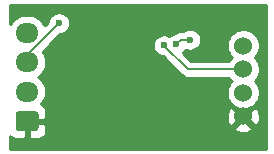
<source format=gbl>
G04 #@! TF.GenerationSoftware,KiCad,Pcbnew,(5.1.10)-1*
G04 #@! TF.CreationDate,2021-11-20T00:47:51+09:00*
G04 #@! TF.ProjectId,M5Stack_UnitV2_DCDC&RS485,4d355374-6163-46b5-9f55-6e697456325f,rev?*
G04 #@! TF.SameCoordinates,Original*
G04 #@! TF.FileFunction,Copper,L2,Bot*
G04 #@! TF.FilePolarity,Positive*
%FSLAX46Y46*%
G04 Gerber Fmt 4.6, Leading zero omitted, Abs format (unit mm)*
G04 Created by KiCad (PCBNEW (5.1.10)-1) date 2021-11-20 00:47:51*
%MOMM*%
%LPD*%
G01*
G04 APERTURE LIST*
G04 #@! TA.AperFunction,ComponentPad*
%ADD10C,1.524000*%
G04 #@! TD*
G04 #@! TA.AperFunction,ComponentPad*
%ADD11O,1.950000X1.700000*%
G04 #@! TD*
G04 #@! TA.AperFunction,ViaPad*
%ADD12C,0.600000*%
G04 #@! TD*
G04 #@! TA.AperFunction,ViaPad*
%ADD13C,0.900000*%
G04 #@! TD*
G04 #@! TA.AperFunction,Conductor*
%ADD14C,0.200000*%
G04 #@! TD*
G04 #@! TA.AperFunction,Conductor*
%ADD15C,0.254000*%
G04 #@! TD*
G04 #@! TA.AperFunction,Conductor*
%ADD16C,0.152400*%
G04 #@! TD*
G04 APERTURE END LIST*
D10*
X140100000Y-56100000D03*
X140100000Y-54100000D03*
X140100000Y-52100000D03*
X140100000Y-50100000D03*
G04 #@! TA.AperFunction,ComponentPad*
G36*
G01*
X122525000Y-57350000D02*
X121075000Y-57350000D01*
G75*
G02*
X120825000Y-57100000I0J250000D01*
G01*
X120825000Y-55900000D01*
G75*
G02*
X121075000Y-55650000I250000J0D01*
G01*
X122525000Y-55650000D01*
G75*
G02*
X122775000Y-55900000I0J-250000D01*
G01*
X122775000Y-57100000D01*
G75*
G02*
X122525000Y-57350000I-250000J0D01*
G01*
G37*
G04 #@! TD.AperFunction*
D11*
X121800000Y-54000000D03*
X121800000Y-51500000D03*
X121800000Y-49000000D03*
D12*
X124600000Y-58500000D03*
X125200000Y-53200000D03*
X134200000Y-58600000D03*
X135100000Y-55800000D03*
X135000000Y-54300000D03*
X131900000Y-52000000D03*
X129800000Y-52000000D03*
D13*
X129100000Y-55500000D03*
X127300000Y-47100000D03*
D12*
X133906290Y-46981296D03*
X133375728Y-50075728D03*
X124500000Y-48200000D03*
X134400000Y-50000000D03*
X135600000Y-49600000D03*
D14*
X140100000Y-52100000D02*
X135400000Y-52100000D01*
X133400000Y-50100000D02*
X133375728Y-50075728D01*
X135400000Y-52100000D02*
X133400000Y-50100000D01*
X121800000Y-50900000D02*
X124500000Y-48200000D01*
X121800000Y-51500000D02*
X121800000Y-50900000D01*
X134800000Y-49600000D02*
X134400000Y-50000000D01*
X135600000Y-49600000D02*
X134800000Y-49600000D01*
D15*
X142040000Y-58840000D02*
X120360000Y-58840000D01*
X120360000Y-57784351D01*
X120373815Y-57801185D01*
X120470506Y-57880537D01*
X120580820Y-57939502D01*
X120700518Y-57975812D01*
X120825000Y-57988072D01*
X121514250Y-57985000D01*
X121673000Y-57826250D01*
X121673000Y-56627000D01*
X121927000Y-56627000D01*
X121927000Y-57826250D01*
X122085750Y-57985000D01*
X122775000Y-57988072D01*
X122899482Y-57975812D01*
X123019180Y-57939502D01*
X123129494Y-57880537D01*
X123226185Y-57801185D01*
X123305537Y-57704494D01*
X123364502Y-57594180D01*
X123400812Y-57474482D01*
X123413072Y-57350000D01*
X123411524Y-57065565D01*
X139314040Y-57065565D01*
X139381020Y-57305656D01*
X139630048Y-57422756D01*
X139897135Y-57489023D01*
X140172017Y-57501910D01*
X140444133Y-57460922D01*
X140703023Y-57367636D01*
X140818980Y-57305656D01*
X140885960Y-57065565D01*
X140100000Y-56279605D01*
X139314040Y-57065565D01*
X123411524Y-57065565D01*
X123410000Y-56785750D01*
X123251250Y-56627000D01*
X121927000Y-56627000D01*
X121673000Y-56627000D01*
X121653000Y-56627000D01*
X121653000Y-56373000D01*
X121673000Y-56373000D01*
X121673000Y-56353000D01*
X121927000Y-56353000D01*
X121927000Y-56373000D01*
X123251250Y-56373000D01*
X123410000Y-56214250D01*
X123410229Y-56172017D01*
X138698090Y-56172017D01*
X138739078Y-56444133D01*
X138832364Y-56703023D01*
X138894344Y-56818980D01*
X139134435Y-56885960D01*
X139920395Y-56100000D01*
X140279605Y-56100000D01*
X141065565Y-56885960D01*
X141305656Y-56818980D01*
X141422756Y-56569952D01*
X141489023Y-56302865D01*
X141501910Y-56027983D01*
X141460922Y-55755867D01*
X141367636Y-55496977D01*
X141305656Y-55381020D01*
X141065565Y-55314040D01*
X140279605Y-56100000D01*
X139920395Y-56100000D01*
X139134435Y-55314040D01*
X138894344Y-55381020D01*
X138777244Y-55630048D01*
X138710977Y-55897135D01*
X138698090Y-56172017D01*
X123410229Y-56172017D01*
X123413072Y-55650000D01*
X123400812Y-55525518D01*
X123364502Y-55405820D01*
X123305537Y-55295506D01*
X123226185Y-55198815D01*
X123129494Y-55119463D01*
X123019180Y-55060498D01*
X122984392Y-55049945D01*
X123165706Y-54829014D01*
X123303599Y-54571034D01*
X123388513Y-54291111D01*
X123417185Y-54000000D01*
X123388513Y-53708889D01*
X123303599Y-53428966D01*
X123165706Y-53170986D01*
X122980134Y-52944866D01*
X122754014Y-52759294D01*
X122736626Y-52750000D01*
X122754014Y-52740706D01*
X122980134Y-52555134D01*
X123165706Y-52329014D01*
X123303599Y-52071034D01*
X123388513Y-51791111D01*
X123417185Y-51500000D01*
X123388513Y-51208889D01*
X123303599Y-50928966D01*
X123165706Y-50670986D01*
X123121872Y-50617574D01*
X123755807Y-49983639D01*
X132440728Y-49983639D01*
X132440728Y-50167817D01*
X132476660Y-50348457D01*
X132547142Y-50518617D01*
X132649466Y-50671756D01*
X132779700Y-50801990D01*
X132932839Y-50904314D01*
X133102999Y-50974796D01*
X133268213Y-51007660D01*
X134854746Y-52594193D01*
X134877762Y-52622238D01*
X134989680Y-52714087D01*
X135117367Y-52782337D01*
X135213886Y-52811616D01*
X135255914Y-52824365D01*
X135270132Y-52825765D01*
X135363895Y-52835000D01*
X135363902Y-52835000D01*
X135399999Y-52838555D01*
X135436096Y-52835000D01*
X138910955Y-52835000D01*
X139014880Y-52990535D01*
X139124345Y-53100000D01*
X139014880Y-53209465D01*
X138861995Y-53438273D01*
X138756686Y-53692510D01*
X138703000Y-53962408D01*
X138703000Y-54237592D01*
X138756686Y-54507490D01*
X138861995Y-54761727D01*
X139014880Y-54990535D01*
X139209465Y-55185120D01*
X139438273Y-55338005D01*
X139573710Y-55394105D01*
X140100000Y-55920395D01*
X140626290Y-55394105D01*
X140761727Y-55338005D01*
X140990535Y-55185120D01*
X141185120Y-54990535D01*
X141338005Y-54761727D01*
X141443314Y-54507490D01*
X141497000Y-54237592D01*
X141497000Y-53962408D01*
X141443314Y-53692510D01*
X141338005Y-53438273D01*
X141185120Y-53209465D01*
X141075655Y-53100000D01*
X141185120Y-52990535D01*
X141338005Y-52761727D01*
X141443314Y-52507490D01*
X141497000Y-52237592D01*
X141497000Y-51962408D01*
X141443314Y-51692510D01*
X141338005Y-51438273D01*
X141185120Y-51209465D01*
X141075655Y-51100000D01*
X141185120Y-50990535D01*
X141338005Y-50761727D01*
X141443314Y-50507490D01*
X141497000Y-50237592D01*
X141497000Y-49962408D01*
X141443314Y-49692510D01*
X141338005Y-49438273D01*
X141185120Y-49209465D01*
X140990535Y-49014880D01*
X140761727Y-48861995D01*
X140507490Y-48756686D01*
X140237592Y-48703000D01*
X139962408Y-48703000D01*
X139692510Y-48756686D01*
X139438273Y-48861995D01*
X139209465Y-49014880D01*
X139014880Y-49209465D01*
X138861995Y-49438273D01*
X138756686Y-49692510D01*
X138703000Y-49962408D01*
X138703000Y-50237592D01*
X138756686Y-50507490D01*
X138861995Y-50761727D01*
X139014880Y-50990535D01*
X139124345Y-51100000D01*
X139014880Y-51209465D01*
X138910955Y-51365000D01*
X135704447Y-51365000D01*
X135030868Y-50691422D01*
X135126262Y-50596028D01*
X135220578Y-50454874D01*
X135327271Y-50499068D01*
X135507911Y-50535000D01*
X135692089Y-50535000D01*
X135872729Y-50499068D01*
X136042889Y-50428586D01*
X136196028Y-50326262D01*
X136326262Y-50196028D01*
X136428586Y-50042889D01*
X136499068Y-49872729D01*
X136535000Y-49692089D01*
X136535000Y-49507911D01*
X136499068Y-49327271D01*
X136428586Y-49157111D01*
X136326262Y-49003972D01*
X136196028Y-48873738D01*
X136042889Y-48771414D01*
X135872729Y-48700932D01*
X135692089Y-48665000D01*
X135507911Y-48665000D01*
X135327271Y-48700932D01*
X135157111Y-48771414D01*
X135017049Y-48865000D01*
X134836094Y-48865000D01*
X134799999Y-48861445D01*
X134763904Y-48865000D01*
X134763895Y-48865000D01*
X134655915Y-48875635D01*
X134517367Y-48917663D01*
X134389680Y-48985913D01*
X134288642Y-49068833D01*
X134127271Y-49100932D01*
X133957111Y-49171414D01*
X133831196Y-49255547D01*
X133818617Y-49247142D01*
X133648457Y-49176660D01*
X133467817Y-49140728D01*
X133283639Y-49140728D01*
X133102999Y-49176660D01*
X132932839Y-49247142D01*
X132779700Y-49349466D01*
X132649466Y-49479700D01*
X132547142Y-49632839D01*
X132476660Y-49802999D01*
X132440728Y-49983639D01*
X123755807Y-49983639D01*
X124607515Y-49131931D01*
X124772729Y-49099068D01*
X124942889Y-49028586D01*
X125096028Y-48926262D01*
X125226262Y-48796028D01*
X125328586Y-48642889D01*
X125399068Y-48472729D01*
X125435000Y-48292089D01*
X125435000Y-48107911D01*
X125399068Y-47927271D01*
X125328586Y-47757111D01*
X125226262Y-47603972D01*
X125096028Y-47473738D01*
X124942889Y-47371414D01*
X124772729Y-47300932D01*
X124592089Y-47265000D01*
X124407911Y-47265000D01*
X124227271Y-47300932D01*
X124057111Y-47371414D01*
X123903972Y-47473738D01*
X123773738Y-47603972D01*
X123671414Y-47757111D01*
X123600932Y-47927271D01*
X123568069Y-48092485D01*
X123278515Y-48382038D01*
X123165706Y-48170986D01*
X122980134Y-47944866D01*
X122754014Y-47759294D01*
X122496034Y-47621401D01*
X122216111Y-47536487D01*
X121997950Y-47515000D01*
X121602050Y-47515000D01*
X121383889Y-47536487D01*
X121103966Y-47621401D01*
X120845986Y-47759294D01*
X120619866Y-47944866D01*
X120434294Y-48170986D01*
X120360000Y-48309980D01*
X120360000Y-46660000D01*
X142040001Y-46660000D01*
X142040000Y-58840000D01*
G04 #@! TA.AperFunction,Conductor*
D16*
G36*
X142040000Y-58840000D02*
G01*
X120360000Y-58840000D01*
X120360000Y-57784351D01*
X120373815Y-57801185D01*
X120470506Y-57880537D01*
X120580820Y-57939502D01*
X120700518Y-57975812D01*
X120825000Y-57988072D01*
X121514250Y-57985000D01*
X121673000Y-57826250D01*
X121673000Y-56627000D01*
X121927000Y-56627000D01*
X121927000Y-57826250D01*
X122085750Y-57985000D01*
X122775000Y-57988072D01*
X122899482Y-57975812D01*
X123019180Y-57939502D01*
X123129494Y-57880537D01*
X123226185Y-57801185D01*
X123305537Y-57704494D01*
X123364502Y-57594180D01*
X123400812Y-57474482D01*
X123413072Y-57350000D01*
X123411524Y-57065565D01*
X139314040Y-57065565D01*
X139381020Y-57305656D01*
X139630048Y-57422756D01*
X139897135Y-57489023D01*
X140172017Y-57501910D01*
X140444133Y-57460922D01*
X140703023Y-57367636D01*
X140818980Y-57305656D01*
X140885960Y-57065565D01*
X140100000Y-56279605D01*
X139314040Y-57065565D01*
X123411524Y-57065565D01*
X123410000Y-56785750D01*
X123251250Y-56627000D01*
X121927000Y-56627000D01*
X121673000Y-56627000D01*
X121653000Y-56627000D01*
X121653000Y-56373000D01*
X121673000Y-56373000D01*
X121673000Y-56353000D01*
X121927000Y-56353000D01*
X121927000Y-56373000D01*
X123251250Y-56373000D01*
X123410000Y-56214250D01*
X123410229Y-56172017D01*
X138698090Y-56172017D01*
X138739078Y-56444133D01*
X138832364Y-56703023D01*
X138894344Y-56818980D01*
X139134435Y-56885960D01*
X139920395Y-56100000D01*
X140279605Y-56100000D01*
X141065565Y-56885960D01*
X141305656Y-56818980D01*
X141422756Y-56569952D01*
X141489023Y-56302865D01*
X141501910Y-56027983D01*
X141460922Y-55755867D01*
X141367636Y-55496977D01*
X141305656Y-55381020D01*
X141065565Y-55314040D01*
X140279605Y-56100000D01*
X139920395Y-56100000D01*
X139134435Y-55314040D01*
X138894344Y-55381020D01*
X138777244Y-55630048D01*
X138710977Y-55897135D01*
X138698090Y-56172017D01*
X123410229Y-56172017D01*
X123413072Y-55650000D01*
X123400812Y-55525518D01*
X123364502Y-55405820D01*
X123305537Y-55295506D01*
X123226185Y-55198815D01*
X123129494Y-55119463D01*
X123019180Y-55060498D01*
X122984392Y-55049945D01*
X123165706Y-54829014D01*
X123303599Y-54571034D01*
X123388513Y-54291111D01*
X123417185Y-54000000D01*
X123388513Y-53708889D01*
X123303599Y-53428966D01*
X123165706Y-53170986D01*
X122980134Y-52944866D01*
X122754014Y-52759294D01*
X122736626Y-52750000D01*
X122754014Y-52740706D01*
X122980134Y-52555134D01*
X123165706Y-52329014D01*
X123303599Y-52071034D01*
X123388513Y-51791111D01*
X123417185Y-51500000D01*
X123388513Y-51208889D01*
X123303599Y-50928966D01*
X123165706Y-50670986D01*
X123121872Y-50617574D01*
X123755807Y-49983639D01*
X132440728Y-49983639D01*
X132440728Y-50167817D01*
X132476660Y-50348457D01*
X132547142Y-50518617D01*
X132649466Y-50671756D01*
X132779700Y-50801990D01*
X132932839Y-50904314D01*
X133102999Y-50974796D01*
X133268213Y-51007660D01*
X134854746Y-52594193D01*
X134877762Y-52622238D01*
X134989680Y-52714087D01*
X135117367Y-52782337D01*
X135213886Y-52811616D01*
X135255914Y-52824365D01*
X135270132Y-52825765D01*
X135363895Y-52835000D01*
X135363902Y-52835000D01*
X135399999Y-52838555D01*
X135436096Y-52835000D01*
X138910955Y-52835000D01*
X139014880Y-52990535D01*
X139124345Y-53100000D01*
X139014880Y-53209465D01*
X138861995Y-53438273D01*
X138756686Y-53692510D01*
X138703000Y-53962408D01*
X138703000Y-54237592D01*
X138756686Y-54507490D01*
X138861995Y-54761727D01*
X139014880Y-54990535D01*
X139209465Y-55185120D01*
X139438273Y-55338005D01*
X139573710Y-55394105D01*
X140100000Y-55920395D01*
X140626290Y-55394105D01*
X140761727Y-55338005D01*
X140990535Y-55185120D01*
X141185120Y-54990535D01*
X141338005Y-54761727D01*
X141443314Y-54507490D01*
X141497000Y-54237592D01*
X141497000Y-53962408D01*
X141443314Y-53692510D01*
X141338005Y-53438273D01*
X141185120Y-53209465D01*
X141075655Y-53100000D01*
X141185120Y-52990535D01*
X141338005Y-52761727D01*
X141443314Y-52507490D01*
X141497000Y-52237592D01*
X141497000Y-51962408D01*
X141443314Y-51692510D01*
X141338005Y-51438273D01*
X141185120Y-51209465D01*
X141075655Y-51100000D01*
X141185120Y-50990535D01*
X141338005Y-50761727D01*
X141443314Y-50507490D01*
X141497000Y-50237592D01*
X141497000Y-49962408D01*
X141443314Y-49692510D01*
X141338005Y-49438273D01*
X141185120Y-49209465D01*
X140990535Y-49014880D01*
X140761727Y-48861995D01*
X140507490Y-48756686D01*
X140237592Y-48703000D01*
X139962408Y-48703000D01*
X139692510Y-48756686D01*
X139438273Y-48861995D01*
X139209465Y-49014880D01*
X139014880Y-49209465D01*
X138861995Y-49438273D01*
X138756686Y-49692510D01*
X138703000Y-49962408D01*
X138703000Y-50237592D01*
X138756686Y-50507490D01*
X138861995Y-50761727D01*
X139014880Y-50990535D01*
X139124345Y-51100000D01*
X139014880Y-51209465D01*
X138910955Y-51365000D01*
X135704447Y-51365000D01*
X135030868Y-50691422D01*
X135126262Y-50596028D01*
X135220578Y-50454874D01*
X135327271Y-50499068D01*
X135507911Y-50535000D01*
X135692089Y-50535000D01*
X135872729Y-50499068D01*
X136042889Y-50428586D01*
X136196028Y-50326262D01*
X136326262Y-50196028D01*
X136428586Y-50042889D01*
X136499068Y-49872729D01*
X136535000Y-49692089D01*
X136535000Y-49507911D01*
X136499068Y-49327271D01*
X136428586Y-49157111D01*
X136326262Y-49003972D01*
X136196028Y-48873738D01*
X136042889Y-48771414D01*
X135872729Y-48700932D01*
X135692089Y-48665000D01*
X135507911Y-48665000D01*
X135327271Y-48700932D01*
X135157111Y-48771414D01*
X135017049Y-48865000D01*
X134836094Y-48865000D01*
X134799999Y-48861445D01*
X134763904Y-48865000D01*
X134763895Y-48865000D01*
X134655915Y-48875635D01*
X134517367Y-48917663D01*
X134389680Y-48985913D01*
X134288642Y-49068833D01*
X134127271Y-49100932D01*
X133957111Y-49171414D01*
X133831196Y-49255547D01*
X133818617Y-49247142D01*
X133648457Y-49176660D01*
X133467817Y-49140728D01*
X133283639Y-49140728D01*
X133102999Y-49176660D01*
X132932839Y-49247142D01*
X132779700Y-49349466D01*
X132649466Y-49479700D01*
X132547142Y-49632839D01*
X132476660Y-49802999D01*
X132440728Y-49983639D01*
X123755807Y-49983639D01*
X124607515Y-49131931D01*
X124772729Y-49099068D01*
X124942889Y-49028586D01*
X125096028Y-48926262D01*
X125226262Y-48796028D01*
X125328586Y-48642889D01*
X125399068Y-48472729D01*
X125435000Y-48292089D01*
X125435000Y-48107911D01*
X125399068Y-47927271D01*
X125328586Y-47757111D01*
X125226262Y-47603972D01*
X125096028Y-47473738D01*
X124942889Y-47371414D01*
X124772729Y-47300932D01*
X124592089Y-47265000D01*
X124407911Y-47265000D01*
X124227271Y-47300932D01*
X124057111Y-47371414D01*
X123903972Y-47473738D01*
X123773738Y-47603972D01*
X123671414Y-47757111D01*
X123600932Y-47927271D01*
X123568069Y-48092485D01*
X123278515Y-48382038D01*
X123165706Y-48170986D01*
X122980134Y-47944866D01*
X122754014Y-47759294D01*
X122496034Y-47621401D01*
X122216111Y-47536487D01*
X121997950Y-47515000D01*
X121602050Y-47515000D01*
X121383889Y-47536487D01*
X121103966Y-47621401D01*
X120845986Y-47759294D01*
X120619866Y-47944866D01*
X120434294Y-48170986D01*
X120360000Y-48309980D01*
X120360000Y-46660000D01*
X142040001Y-46660000D01*
X142040000Y-58840000D01*
G37*
G04 #@! TD.AperFunction*
M02*

</source>
